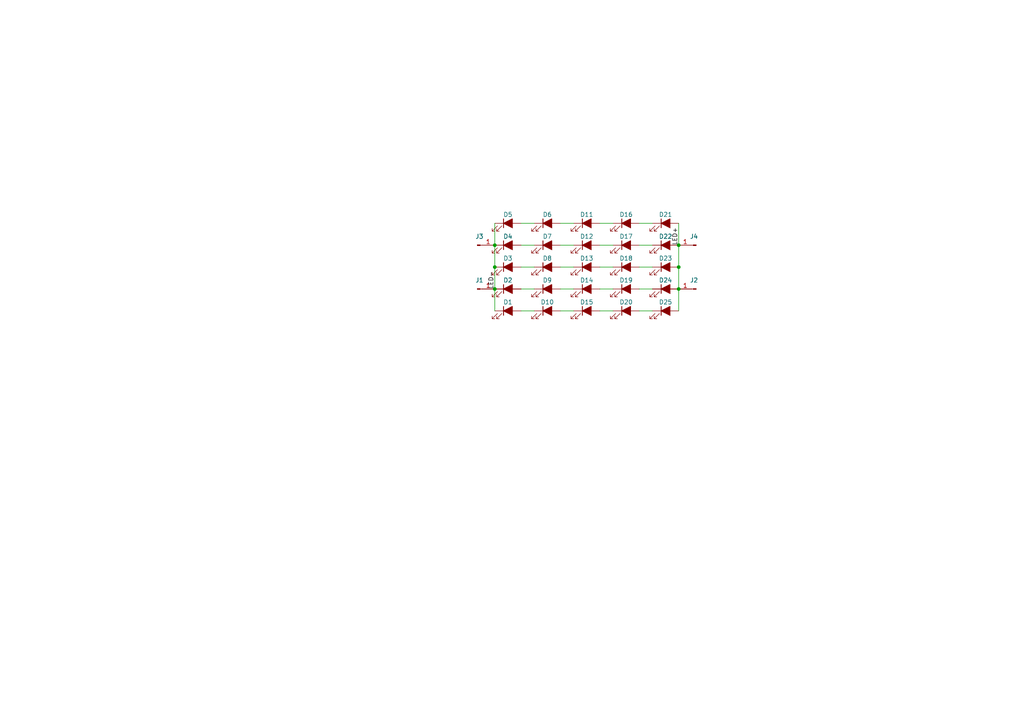
<source format=kicad_sch>
(kicad_sch (version 20230121) (generator eeschema)
  (paper "A4")
  (lib_symbols
    (symbol "Connector:Conn_01x01_Pin" (pin_names (offset 1.016) hide)
      (property "Reference" "J" (at 0 2.54 0))
      (property "Value" "Conn_01x01_Pin" (at 0 -2.54 0))
      (symbol "Conn_01x01_Pin_1_1"
        (polyline (pts (xy 1.27 0) (xy 0.8636 0)) (stroke (width 0.1524)))
        (rectangle (start 0.8636 0.127) (end 0 -0.127) (stroke (width 0.1524)) (fill (type outline)))
        (pin passive line (at 5.08 0 180) (length 3.81) (name "Pin_1") (number "1"))
      )
    )
    (symbol "Device:LED_Filled" (pin_numbers hide) (pin_names (offset 1.016) hide)
      (property "Reference" "D" (at 0 2.54 0))
      (property "Value" "LED_Filled" (at 0 -2.54 0))
      (symbol "LED_Filled_0_1"
        (polyline (pts (xy -1.27 -1.27) (xy -1.27 1.27)) (stroke (width 0.254)))
        (polyline (pts (xy -1.27 0) (xy 1.27 0)))
        (polyline (pts (xy 1.27 -1.27) (xy 1.27 1.27) (xy -1.27 0) (xy 1.27 -1.27)) (stroke (width 0.254)) (fill (type outline)))
        (polyline (pts (xy -3.048 -0.762) (xy -4.572 -2.286) (xy -3.81 -2.286) (xy -4.572 -2.286) (xy -4.572 -1.524)))
        (polyline (pts (xy -1.778 -0.762) (xy -3.302 -2.286) (xy -2.54 -2.286) (xy -3.302 -2.286) (xy -3.302 -1.524)))
      )
      (symbol "LED_Filled_1_1"
        (pin passive line (at -3.81 0 0) (length 2.54) (name "K") (number "1"))
        (pin passive line (at 3.81 0 180) (length 2.54) (name "A") (number "2"))
      )
    )
  )
  (junction (at 196.85 71.12))
  (junction (at 143.51 71.12))
  (junction (at 143.51 77.47))
  (junction (at 143.51 83.82))
  (junction (at 196.85 77.47))
  (junction (at 196.85 83.82))
  (wire (pts (xy 162.56 71.12) (xy 166.37 71.12)))
  (wire (pts (xy 185.42 71.12) (xy 189.23 71.12)))
  (wire (pts (xy 151.13 83.82) (xy 154.94 83.82)))
  (wire (pts (xy 185.42 83.82) (xy 189.23 83.82)))
  (wire (pts (xy 143.51 64.77) (xy 143.51 71.12)))
  (wire (pts (xy 151.13 64.77) (xy 154.94 64.77)))
  (wire (pts (xy 151.13 90.17) (xy 154.94 90.17)))
  (wire (pts (xy 173.99 77.47) (xy 177.8 77.47)))
  (wire (pts (xy 196.85 83.82) (xy 196.85 90.17)))
  (wire (pts (xy 151.13 77.47) (xy 154.94 77.47)))
  (wire (pts (xy 173.99 64.77) (xy 177.8 64.77)))
  (wire (pts (xy 196.85 71.12) (xy 196.85 77.47)))
  (wire (pts (xy 173.99 71.12) (xy 177.8 71.12)))
  (wire (pts (xy 143.51 77.47) (xy 143.51 83.82)))
  (wire (pts (xy 162.56 64.77) (xy 166.37 64.77)))
  (wire (pts (xy 173.99 90.17) (xy 177.8 90.17)))
  (wire (pts (xy 162.56 83.82) (xy 166.37 83.82)))
  (wire (pts (xy 185.42 64.77) (xy 189.23 64.77)))
  (wire (pts (xy 151.13 71.12) (xy 154.94 71.12)))
  (wire (pts (xy 196.85 77.47) (xy 196.85 83.82)))
  (wire (pts (xy 162.56 90.17) (xy 166.37 90.17)))
  (wire (pts (xy 196.85 64.77) (xy 196.85 71.12)))
  (wire (pts (xy 173.99 83.82) (xy 177.8 83.82)))
  (wire (pts (xy 143.51 83.82) (xy 143.51 90.17)))
  (wire (pts (xy 162.56 77.47) (xy 166.37 77.47)))
  (wire (pts (xy 185.42 90.17) (xy 189.23 90.17)))
  (wire (pts (xy 185.42 77.47) (xy 189.23 77.47)))
  (wire (pts (xy 143.51 71.12) (xy 143.51 77.47)))
  (label "LED-" (at 143.51 83.82 90))
  (label "LED+" (at 196.85 71.12 90))
  (symbol (lib_id "Device:LED_Filled") (at 158.75 64.77 0) (unit 1)
    (property "Reference" "D6" (at 158.75 62.23 0))
    (property "Value" "LED_Filled" (effects hide))
    (property "Footprint" "Bergi:LED_J2835" (effects hide))
  )
  (symbol (lib_id "Connector:Conn_01x01_Pin") (at 138.43 71.12 0) (unit 1)
    (property "Reference" "J3" (at 139.065 68.58 0))
    (property "Value" "Conn_01x01_Pin" (effects hide))
    (property "Footprint" "Bergi:S9141-45R" (effects hide))
  )
  (symbol (lib_id "Device:LED_Filled") (at 158.75 77.47 0) (unit 1)
    (property "Reference" "D8" (at 158.75 74.93 0))
    (property "Value" "LED_Filled" (effects hide))
    (property "Footprint" "Bergi:LED_J2835" (effects hide))
  )
  (symbol (lib_id "Device:LED_Filled") (at 193.04 83.82 0) (unit 1)
    (property "Reference" "D24" (at 193.04 81.28 0))
    (property "Value" "LED_Filled" (effects hide))
    (property "Footprint" "Bergi:LED_J2835" (effects hide))
  )
  (symbol (lib_id "Device:LED_Filled") (at 181.61 64.77 0) (unit 1)
    (property "Reference" "D16" (at 181.61 62.23 0))
    (property "Value" "LED_Filled" (effects hide))
    (property "Footprint" "Bergi:LED_J2835" (effects hide))
  )
  (symbol (lib_id "Device:LED_Filled") (at 170.18 71.12 0) (unit 1)
    (property "Reference" "D12" (at 170.18 68.58 0))
    (property "Value" "LED_Filled" (effects hide))
    (property "Footprint" "Bergi:LED_J2835" (effects hide))
  )
  (symbol (lib_id "Device:LED_Filled") (at 181.61 83.82 0) (unit 1)
    (property "Reference" "D19" (at 181.61 81.28 0))
    (property "Value" "LED_Filled" (effects hide))
    (property "Footprint" "Bergi:LED_J2835" (effects hide))
  )
  (symbol (lib_id "Device:LED_Filled") (at 147.32 83.82 0) (unit 1)
    (property "Reference" "D2" (at 147.32 81.28 0))
    (property "Value" "LED_Filled" (effects hide))
    (property "Footprint" "Bergi:LED_J2835" (effects hide))
  )
  (symbol (lib_id "Device:LED_Filled") (at 158.75 71.12 0) (unit 1)
    (property "Reference" "D7" (at 158.75 68.58 0))
    (property "Value" "LED_Filled" (effects hide))
    (property "Footprint" "Bergi:LED_J2835" (effects hide))
  )
  (symbol (lib_id "Device:LED_Filled") (at 181.61 77.47 0) (unit 1)
    (property "Reference" "D18" (at 181.61 74.93 0))
    (property "Value" "LED_Filled" (effects hide))
    (property "Footprint" "Bergi:LED_J2835" (effects hide))
  )
  (symbol (lib_id "Device:LED_Filled") (at 170.18 90.17 0) (unit 1)
    (property "Reference" "D15" (at 170.18 87.63 0))
    (property "Value" "LED_Filled" (effects hide))
    (property "Footprint" "Bergi:LED_J2835" (effects hide))
  )
  (symbol (lib_id "Device:LED_Filled") (at 158.75 83.82 0) (unit 1)
    (property "Reference" "D9" (at 158.75 81.28 0))
    (property "Value" "LED_Filled" (effects hide))
    (property "Footprint" "Bergi:LED_J2835" (effects hide))
  )
  (symbol (lib_id "Connector:Conn_01x01_Pin") (at 138.43 83.82 0) (unit 1)
    (property "Reference" "J1" (at 139.065 81.28 0))
    (property "Value" "Conn_01x01_Pin" (effects hide))
    (property "Footprint" "Bergi:Solderpad_1x2" (effects hide))
  )
  (symbol (lib_id "Device:LED_Filled") (at 193.04 90.17 0) (unit 1)
    (property "Reference" "D25" (at 193.04 87.63 0))
    (property "Value" "LED_Filled" (effects hide))
    (property "Footprint" "Bergi:LED_J2835" (effects hide))
  )
  (symbol (lib_id "Device:LED_Filled") (at 147.32 71.12 0) (unit 1)
    (property "Reference" "D4" (at 147.32 68.58 0))
    (property "Value" "LED_Filled" (effects hide))
    (property "Footprint" "Bergi:LED_J2835" (effects hide))
  )
  (symbol (lib_id "Device:LED_Filled") (at 170.18 64.77 0) (unit 1)
    (property "Reference" "D11" (at 170.18 62.23 0))
    (property "Value" "LED_Filled" (effects hide))
    (property "Footprint" "Bergi:LED_J2835" (effects hide))
  )
  (symbol (lib_id "Device:LED_Filled") (at 193.04 64.77 0) (unit 1)
    (property "Reference" "D21" (at 193.04 62.23 0))
    (property "Value" "LED_Filled" (effects hide))
    (property "Footprint" "Bergi:LED_J2835" (effects hide))
  )
  (symbol (lib_id "Connector:Conn_01x01_Pin") (at 201.93 71.12 180) (unit 1)
    (property "Reference" "J4" (at 201.295 68.58 0))
    (property "Value" "Conn_01x01_Pin" (effects hide))
    (property "Footprint" "Bergi:S9141-45R" (effects hide))
  )
  (symbol (lib_id "Device:LED_Filled") (at 170.18 83.82 0) (unit 1)
    (property "Reference" "D14" (at 170.18 81.28 0))
    (property "Value" "LED_Filled" (effects hide))
    (property "Footprint" "Bergi:LED_J2835" (effects hide))
  )
  (symbol (lib_id "Connector:Conn_01x01_Pin") (at 201.93 83.82 180) (unit 1)
    (property "Reference" "J2" (at 201.295 81.28 0))
    (property "Value" "Conn_01x01_Pin" (effects hide))
    (property "Footprint" "Bergi:Solderpad_1x2" (effects hide))
  )
  (symbol (lib_id "Device:LED_Filled") (at 147.32 90.17 0) (unit 1)
    (property "Reference" "D1" (at 147.32 87.63 0))
    (property "Value" "LED_Filled" (effects hide))
    (property "Footprint" "Bergi:LED_J2835" (effects hide))
  )
  (symbol (lib_id "Device:LED_Filled") (at 147.32 64.77 0) (unit 1)
    (property "Reference" "D5" (at 147.32 62.23 0))
    (property "Value" "LED_Filled" (effects hide))
    (property "Footprint" "Bergi:LED_J2835" (effects hide))
  )
  (symbol (lib_id "Device:LED_Filled") (at 170.18 77.47 0) (unit 1)
    (property "Reference" "D13" (at 170.18 74.93 0))
    (property "Value" "LED_Filled" (effects hide))
    (property "Footprint" "Bergi:LED_J2835" (effects hide))
  )
  (symbol (lib_id "Device:LED_Filled") (at 193.04 77.47 0) (unit 1)
    (property "Reference" "D23" (at 193.04 74.93 0))
    (property "Value" "LED_Filled" (effects hide))
    (property "Footprint" "Bergi:LED_J2835" (effects hide))
  )
  (symbol (lib_id "Device:LED_Filled") (at 181.61 71.12 0) (unit 1)
    (property "Reference" "D17" (at 181.61 68.58 0))
    (property "Value" "LED_Filled" (effects hide))
    (property "Footprint" "Bergi:LED_J2835" (effects hide))
  )
  (symbol (lib_id "Device:LED_Filled") (at 181.61 90.17 0) (unit 1)
    (property "Reference" "D20" (at 181.61 87.63 0))
    (property "Value" "LED_Filled" (effects hide))
    (property "Footprint" "Bergi:LED_J2835" (effects hide))
  )
  (symbol (lib_id "Device:LED_Filled") (at 147.32 77.47 0) (unit 1)
    (property "Reference" "D3" (at 147.32 74.93 0))
    (property "Value" "LED_Filled" (effects hide))
    (property "Footprint" "Bergi:LED_J2835" (effects hide))
  )
  (symbol (lib_id "Device:LED_Filled") (at 158.75 90.17 0) (unit 1)
    (property "Reference" "D10" (at 158.75 87.63 0))
    (property "Value" "LED_Filled" (effects hide))
    (property "Footprint" "Bergi:LED_J2835" (effects hide))
  )
  (symbol (lib_id "Device:LED_Filled") (at 193.04 71.12 0) (unit 1)
    (property "Reference" "D22" (at 193.04 68.58 0))
    (property "Value" "LED_Filled" (effects hide))
    (property "Footprint" "Bergi:LED_J2835" (effects hide))
  )
)
</source>
